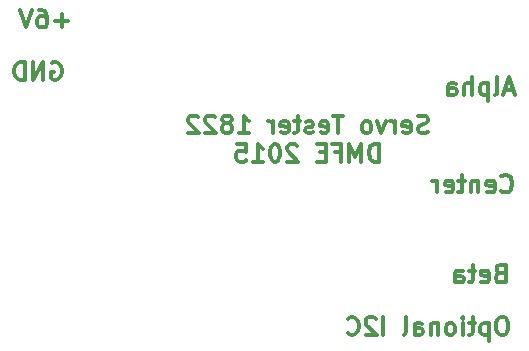
<source format=gbo>
G04 #@! TF.FileFunction,Legend,Bot*
%FSLAX46Y46*%
G04 Gerber Fmt 4.6, Leading zero omitted, Abs format (unit mm)*
G04 Created by KiCad (PCBNEW (2015-10-14 BZR 6269)-product) date Wednesday, October 28, 2015 'PMt' 04:42:18 PM*
%MOMM*%
G01*
G04 APERTURE LIST*
%ADD10C,0.100000*%
%ADD11C,0.300000*%
G04 APERTURE END LIST*
D10*
D11*
X145397855Y-113072143D02*
X145183569Y-113143571D01*
X144826426Y-113143571D01*
X144683569Y-113072143D01*
X144612140Y-113000714D01*
X144540712Y-112857857D01*
X144540712Y-112715000D01*
X144612140Y-112572143D01*
X144683569Y-112500714D01*
X144826426Y-112429286D01*
X145112140Y-112357857D01*
X145254998Y-112286429D01*
X145326426Y-112215000D01*
X145397855Y-112072143D01*
X145397855Y-111929286D01*
X145326426Y-111786429D01*
X145254998Y-111715000D01*
X145112140Y-111643571D01*
X144754998Y-111643571D01*
X144540712Y-111715000D01*
X143326427Y-113072143D02*
X143469284Y-113143571D01*
X143754998Y-113143571D01*
X143897855Y-113072143D01*
X143969284Y-112929286D01*
X143969284Y-112357857D01*
X143897855Y-112215000D01*
X143754998Y-112143571D01*
X143469284Y-112143571D01*
X143326427Y-112215000D01*
X143254998Y-112357857D01*
X143254998Y-112500714D01*
X143969284Y-112643571D01*
X142612141Y-113143571D02*
X142612141Y-112143571D01*
X142612141Y-112429286D02*
X142540713Y-112286429D01*
X142469284Y-112215000D01*
X142326427Y-112143571D01*
X142183570Y-112143571D01*
X141826427Y-112143571D02*
X141469284Y-113143571D01*
X141112142Y-112143571D01*
X140326427Y-113143571D02*
X140469285Y-113072143D01*
X140540713Y-113000714D01*
X140612142Y-112857857D01*
X140612142Y-112429286D01*
X140540713Y-112286429D01*
X140469285Y-112215000D01*
X140326427Y-112143571D01*
X140112142Y-112143571D01*
X139969285Y-112215000D01*
X139897856Y-112286429D01*
X139826427Y-112429286D01*
X139826427Y-112857857D01*
X139897856Y-113000714D01*
X139969285Y-113072143D01*
X140112142Y-113143571D01*
X140326427Y-113143571D01*
X138254999Y-111643571D02*
X137397856Y-111643571D01*
X137826427Y-113143571D02*
X137826427Y-111643571D01*
X136326428Y-113072143D02*
X136469285Y-113143571D01*
X136754999Y-113143571D01*
X136897856Y-113072143D01*
X136969285Y-112929286D01*
X136969285Y-112357857D01*
X136897856Y-112215000D01*
X136754999Y-112143571D01*
X136469285Y-112143571D01*
X136326428Y-112215000D01*
X136254999Y-112357857D01*
X136254999Y-112500714D01*
X136969285Y-112643571D01*
X135683571Y-113072143D02*
X135540714Y-113143571D01*
X135254999Y-113143571D01*
X135112142Y-113072143D01*
X135040714Y-112929286D01*
X135040714Y-112857857D01*
X135112142Y-112715000D01*
X135254999Y-112643571D01*
X135469285Y-112643571D01*
X135612142Y-112572143D01*
X135683571Y-112429286D01*
X135683571Y-112357857D01*
X135612142Y-112215000D01*
X135469285Y-112143571D01*
X135254999Y-112143571D01*
X135112142Y-112215000D01*
X134612142Y-112143571D02*
X134040713Y-112143571D01*
X134397856Y-111643571D02*
X134397856Y-112929286D01*
X134326428Y-113072143D01*
X134183570Y-113143571D01*
X134040713Y-113143571D01*
X132969285Y-113072143D02*
X133112142Y-113143571D01*
X133397856Y-113143571D01*
X133540713Y-113072143D01*
X133612142Y-112929286D01*
X133612142Y-112357857D01*
X133540713Y-112215000D01*
X133397856Y-112143571D01*
X133112142Y-112143571D01*
X132969285Y-112215000D01*
X132897856Y-112357857D01*
X132897856Y-112500714D01*
X133612142Y-112643571D01*
X132254999Y-113143571D02*
X132254999Y-112143571D01*
X132254999Y-112429286D02*
X132183571Y-112286429D01*
X132112142Y-112215000D01*
X131969285Y-112143571D01*
X131826428Y-112143571D01*
X129397857Y-113143571D02*
X130255000Y-113143571D01*
X129826428Y-113143571D02*
X129826428Y-111643571D01*
X129969285Y-111857857D01*
X130112143Y-112000714D01*
X130255000Y-112072143D01*
X128540714Y-112286429D02*
X128683572Y-112215000D01*
X128755000Y-112143571D01*
X128826429Y-112000714D01*
X128826429Y-111929286D01*
X128755000Y-111786429D01*
X128683572Y-111715000D01*
X128540714Y-111643571D01*
X128255000Y-111643571D01*
X128112143Y-111715000D01*
X128040714Y-111786429D01*
X127969286Y-111929286D01*
X127969286Y-112000714D01*
X128040714Y-112143571D01*
X128112143Y-112215000D01*
X128255000Y-112286429D01*
X128540714Y-112286429D01*
X128683572Y-112357857D01*
X128755000Y-112429286D01*
X128826429Y-112572143D01*
X128826429Y-112857857D01*
X128755000Y-113000714D01*
X128683572Y-113072143D01*
X128540714Y-113143571D01*
X128255000Y-113143571D01*
X128112143Y-113072143D01*
X128040714Y-113000714D01*
X127969286Y-112857857D01*
X127969286Y-112572143D01*
X128040714Y-112429286D01*
X128112143Y-112357857D01*
X128255000Y-112286429D01*
X127397858Y-111786429D02*
X127326429Y-111715000D01*
X127183572Y-111643571D01*
X126826429Y-111643571D01*
X126683572Y-111715000D01*
X126612143Y-111786429D01*
X126540715Y-111929286D01*
X126540715Y-112072143D01*
X126612143Y-112286429D01*
X127469286Y-113143571D01*
X126540715Y-113143571D01*
X125969287Y-111786429D02*
X125897858Y-111715000D01*
X125755001Y-111643571D01*
X125397858Y-111643571D01*
X125255001Y-111715000D01*
X125183572Y-111786429D01*
X125112144Y-111929286D01*
X125112144Y-112072143D01*
X125183572Y-112286429D01*
X126040715Y-113143571D01*
X125112144Y-113143571D01*
X141254999Y-115543571D02*
X141254999Y-114043571D01*
X140897856Y-114043571D01*
X140683571Y-114115000D01*
X140540713Y-114257857D01*
X140469285Y-114400714D01*
X140397856Y-114686429D01*
X140397856Y-114900714D01*
X140469285Y-115186429D01*
X140540713Y-115329286D01*
X140683571Y-115472143D01*
X140897856Y-115543571D01*
X141254999Y-115543571D01*
X139754999Y-115543571D02*
X139754999Y-114043571D01*
X139254999Y-115115000D01*
X138754999Y-114043571D01*
X138754999Y-115543571D01*
X137540713Y-114757857D02*
X138040713Y-114757857D01*
X138040713Y-115543571D02*
X138040713Y-114043571D01*
X137326427Y-114043571D01*
X136754999Y-114757857D02*
X136254999Y-114757857D01*
X136040713Y-115543571D02*
X136754999Y-115543571D01*
X136754999Y-114043571D01*
X136040713Y-114043571D01*
X134326428Y-114186429D02*
X134254999Y-114115000D01*
X134112142Y-114043571D01*
X133754999Y-114043571D01*
X133612142Y-114115000D01*
X133540713Y-114186429D01*
X133469285Y-114329286D01*
X133469285Y-114472143D01*
X133540713Y-114686429D01*
X134397856Y-115543571D01*
X133469285Y-115543571D01*
X132540714Y-114043571D02*
X132397857Y-114043571D01*
X132255000Y-114115000D01*
X132183571Y-114186429D01*
X132112142Y-114329286D01*
X132040714Y-114615000D01*
X132040714Y-114972143D01*
X132112142Y-115257857D01*
X132183571Y-115400714D01*
X132255000Y-115472143D01*
X132397857Y-115543571D01*
X132540714Y-115543571D01*
X132683571Y-115472143D01*
X132755000Y-115400714D01*
X132826428Y-115257857D01*
X132897857Y-114972143D01*
X132897857Y-114615000D01*
X132826428Y-114329286D01*
X132755000Y-114186429D01*
X132683571Y-114115000D01*
X132540714Y-114043571D01*
X130612143Y-115543571D02*
X131469286Y-115543571D01*
X131040714Y-115543571D02*
X131040714Y-114043571D01*
X131183571Y-114257857D01*
X131326429Y-114400714D01*
X131469286Y-114472143D01*
X129255000Y-114043571D02*
X129969286Y-114043571D01*
X130040715Y-114757857D01*
X129969286Y-114686429D01*
X129826429Y-114615000D01*
X129469286Y-114615000D01*
X129326429Y-114686429D01*
X129255000Y-114757857D01*
X129183572Y-114900714D01*
X129183572Y-115257857D01*
X129255000Y-115400714D01*
X129326429Y-115472143D01*
X129469286Y-115543571D01*
X129826429Y-115543571D01*
X129969286Y-115472143D01*
X130040715Y-115400714D01*
X151843572Y-128718571D02*
X151557858Y-128718571D01*
X151415000Y-128790000D01*
X151272143Y-128932857D01*
X151200715Y-129218571D01*
X151200715Y-129718571D01*
X151272143Y-130004286D01*
X151415000Y-130147143D01*
X151557858Y-130218571D01*
X151843572Y-130218571D01*
X151986429Y-130147143D01*
X152129286Y-130004286D01*
X152200715Y-129718571D01*
X152200715Y-129218571D01*
X152129286Y-128932857D01*
X151986429Y-128790000D01*
X151843572Y-128718571D01*
X150557857Y-129218571D02*
X150557857Y-130718571D01*
X150557857Y-129290000D02*
X150415000Y-129218571D01*
X150129286Y-129218571D01*
X149986429Y-129290000D01*
X149915000Y-129361429D01*
X149843571Y-129504286D01*
X149843571Y-129932857D01*
X149915000Y-130075714D01*
X149986429Y-130147143D01*
X150129286Y-130218571D01*
X150415000Y-130218571D01*
X150557857Y-130147143D01*
X149415000Y-129218571D02*
X148843571Y-129218571D01*
X149200714Y-128718571D02*
X149200714Y-130004286D01*
X149129286Y-130147143D01*
X148986428Y-130218571D01*
X148843571Y-130218571D01*
X148343571Y-130218571D02*
X148343571Y-129218571D01*
X148343571Y-128718571D02*
X148415000Y-128790000D01*
X148343571Y-128861429D01*
X148272143Y-128790000D01*
X148343571Y-128718571D01*
X148343571Y-128861429D01*
X147414999Y-130218571D02*
X147557857Y-130147143D01*
X147629285Y-130075714D01*
X147700714Y-129932857D01*
X147700714Y-129504286D01*
X147629285Y-129361429D01*
X147557857Y-129290000D01*
X147414999Y-129218571D01*
X147200714Y-129218571D01*
X147057857Y-129290000D01*
X146986428Y-129361429D01*
X146914999Y-129504286D01*
X146914999Y-129932857D01*
X146986428Y-130075714D01*
X147057857Y-130147143D01*
X147200714Y-130218571D01*
X147414999Y-130218571D01*
X146272142Y-129218571D02*
X146272142Y-130218571D01*
X146272142Y-129361429D02*
X146200714Y-129290000D01*
X146057856Y-129218571D01*
X145843571Y-129218571D01*
X145700714Y-129290000D01*
X145629285Y-129432857D01*
X145629285Y-130218571D01*
X144272142Y-130218571D02*
X144272142Y-129432857D01*
X144343571Y-129290000D01*
X144486428Y-129218571D01*
X144772142Y-129218571D01*
X144914999Y-129290000D01*
X144272142Y-130147143D02*
X144414999Y-130218571D01*
X144772142Y-130218571D01*
X144914999Y-130147143D01*
X144986428Y-130004286D01*
X144986428Y-129861429D01*
X144914999Y-129718571D01*
X144772142Y-129647143D01*
X144414999Y-129647143D01*
X144272142Y-129575714D01*
X143343570Y-130218571D02*
X143486428Y-130147143D01*
X143557856Y-130004286D01*
X143557856Y-128718571D01*
X141629285Y-130218571D02*
X141629285Y-128718571D01*
X140986428Y-128861429D02*
X140914999Y-128790000D01*
X140772142Y-128718571D01*
X140414999Y-128718571D01*
X140272142Y-128790000D01*
X140200713Y-128861429D01*
X140129285Y-129004286D01*
X140129285Y-129147143D01*
X140200713Y-129361429D01*
X141057856Y-130218571D01*
X140129285Y-130218571D01*
X138629285Y-130075714D02*
X138700714Y-130147143D01*
X138915000Y-130218571D01*
X139057857Y-130218571D01*
X139272142Y-130147143D01*
X139415000Y-130004286D01*
X139486428Y-129861429D01*
X139557857Y-129575714D01*
X139557857Y-129361429D01*
X139486428Y-129075714D01*
X139415000Y-128932857D01*
X139272142Y-128790000D01*
X139057857Y-128718571D01*
X138915000Y-128718571D01*
X138700714Y-128790000D01*
X138629285Y-128861429D01*
X113537857Y-107200000D02*
X113680714Y-107128571D01*
X113895000Y-107128571D01*
X114109285Y-107200000D01*
X114252143Y-107342857D01*
X114323571Y-107485714D01*
X114395000Y-107771429D01*
X114395000Y-107985714D01*
X114323571Y-108271429D01*
X114252143Y-108414286D01*
X114109285Y-108557143D01*
X113895000Y-108628571D01*
X113752143Y-108628571D01*
X113537857Y-108557143D01*
X113466428Y-108485714D01*
X113466428Y-107985714D01*
X113752143Y-107985714D01*
X112823571Y-108628571D02*
X112823571Y-107128571D01*
X111966428Y-108628571D01*
X111966428Y-107128571D01*
X111252142Y-108628571D02*
X111252142Y-107128571D01*
X110894999Y-107128571D01*
X110680714Y-107200000D01*
X110537856Y-107342857D01*
X110466428Y-107485714D01*
X110394999Y-107771429D01*
X110394999Y-107985714D01*
X110466428Y-108271429D01*
X110537856Y-108414286D01*
X110680714Y-108557143D01*
X110894999Y-108628571D01*
X111252142Y-108628571D01*
X114958571Y-103612143D02*
X113815714Y-103612143D01*
X114387143Y-104183571D02*
X114387143Y-103040714D01*
X112458571Y-102683571D02*
X112744285Y-102683571D01*
X112887142Y-102755000D01*
X112958571Y-102826429D01*
X113101428Y-103040714D01*
X113172857Y-103326429D01*
X113172857Y-103897857D01*
X113101428Y-104040714D01*
X113030000Y-104112143D01*
X112887142Y-104183571D01*
X112601428Y-104183571D01*
X112458571Y-104112143D01*
X112387142Y-104040714D01*
X112315714Y-103897857D01*
X112315714Y-103540714D01*
X112387142Y-103397857D01*
X112458571Y-103326429D01*
X112601428Y-103255000D01*
X112887142Y-103255000D01*
X113030000Y-103326429D01*
X113101428Y-103397857D01*
X113172857Y-103540714D01*
X111887143Y-102683571D02*
X111387143Y-104183571D01*
X110887143Y-102683571D01*
X151502857Y-124987857D02*
X151288571Y-125059286D01*
X151217143Y-125130714D01*
X151145714Y-125273571D01*
X151145714Y-125487857D01*
X151217143Y-125630714D01*
X151288571Y-125702143D01*
X151431429Y-125773571D01*
X152002857Y-125773571D01*
X152002857Y-124273571D01*
X151502857Y-124273571D01*
X151360000Y-124345000D01*
X151288571Y-124416429D01*
X151217143Y-124559286D01*
X151217143Y-124702143D01*
X151288571Y-124845000D01*
X151360000Y-124916429D01*
X151502857Y-124987857D01*
X152002857Y-124987857D01*
X149931429Y-125702143D02*
X150074286Y-125773571D01*
X150360000Y-125773571D01*
X150502857Y-125702143D01*
X150574286Y-125559286D01*
X150574286Y-124987857D01*
X150502857Y-124845000D01*
X150360000Y-124773571D01*
X150074286Y-124773571D01*
X149931429Y-124845000D01*
X149860000Y-124987857D01*
X149860000Y-125130714D01*
X150574286Y-125273571D01*
X149431429Y-124773571D02*
X148860000Y-124773571D01*
X149217143Y-124273571D02*
X149217143Y-125559286D01*
X149145715Y-125702143D01*
X149002857Y-125773571D01*
X148860000Y-125773571D01*
X147717143Y-125773571D02*
X147717143Y-124987857D01*
X147788572Y-124845000D01*
X147931429Y-124773571D01*
X148217143Y-124773571D01*
X148360000Y-124845000D01*
X147717143Y-125702143D02*
X147860000Y-125773571D01*
X148217143Y-125773571D01*
X148360000Y-125702143D01*
X148431429Y-125559286D01*
X148431429Y-125416429D01*
X148360000Y-125273571D01*
X148217143Y-125202143D01*
X147860000Y-125202143D01*
X147717143Y-125130714D01*
X152645714Y-109470000D02*
X151931428Y-109470000D01*
X152788571Y-109898571D02*
X152288571Y-108398571D01*
X151788571Y-109898571D01*
X151074285Y-109898571D02*
X151217143Y-109827143D01*
X151288571Y-109684286D01*
X151288571Y-108398571D01*
X150502857Y-108898571D02*
X150502857Y-110398571D01*
X150502857Y-108970000D02*
X150360000Y-108898571D01*
X150074286Y-108898571D01*
X149931429Y-108970000D01*
X149860000Y-109041429D01*
X149788571Y-109184286D01*
X149788571Y-109612857D01*
X149860000Y-109755714D01*
X149931429Y-109827143D01*
X150074286Y-109898571D01*
X150360000Y-109898571D01*
X150502857Y-109827143D01*
X149145714Y-109898571D02*
X149145714Y-108398571D01*
X148502857Y-109898571D02*
X148502857Y-109112857D01*
X148574286Y-108970000D01*
X148717143Y-108898571D01*
X148931428Y-108898571D01*
X149074286Y-108970000D01*
X149145714Y-109041429D01*
X147145714Y-109898571D02*
X147145714Y-109112857D01*
X147217143Y-108970000D01*
X147360000Y-108898571D01*
X147645714Y-108898571D01*
X147788571Y-108970000D01*
X147145714Y-109827143D02*
X147288571Y-109898571D01*
X147645714Y-109898571D01*
X147788571Y-109827143D01*
X147860000Y-109684286D01*
X147860000Y-109541429D01*
X147788571Y-109398571D01*
X147645714Y-109327143D01*
X147288571Y-109327143D01*
X147145714Y-109255714D01*
X151617856Y-118010714D02*
X151689285Y-118082143D01*
X151903571Y-118153571D01*
X152046428Y-118153571D01*
X152260713Y-118082143D01*
X152403571Y-117939286D01*
X152474999Y-117796429D01*
X152546428Y-117510714D01*
X152546428Y-117296429D01*
X152474999Y-117010714D01*
X152403571Y-116867857D01*
X152260713Y-116725000D01*
X152046428Y-116653571D01*
X151903571Y-116653571D01*
X151689285Y-116725000D01*
X151617856Y-116796429D01*
X150403571Y-118082143D02*
X150546428Y-118153571D01*
X150832142Y-118153571D01*
X150974999Y-118082143D01*
X151046428Y-117939286D01*
X151046428Y-117367857D01*
X150974999Y-117225000D01*
X150832142Y-117153571D01*
X150546428Y-117153571D01*
X150403571Y-117225000D01*
X150332142Y-117367857D01*
X150332142Y-117510714D01*
X151046428Y-117653571D01*
X149689285Y-117153571D02*
X149689285Y-118153571D01*
X149689285Y-117296429D02*
X149617857Y-117225000D01*
X149474999Y-117153571D01*
X149260714Y-117153571D01*
X149117857Y-117225000D01*
X149046428Y-117367857D01*
X149046428Y-118153571D01*
X148546428Y-117153571D02*
X147974999Y-117153571D01*
X148332142Y-116653571D02*
X148332142Y-117939286D01*
X148260714Y-118082143D01*
X148117856Y-118153571D01*
X147974999Y-118153571D01*
X146903571Y-118082143D02*
X147046428Y-118153571D01*
X147332142Y-118153571D01*
X147474999Y-118082143D01*
X147546428Y-117939286D01*
X147546428Y-117367857D01*
X147474999Y-117225000D01*
X147332142Y-117153571D01*
X147046428Y-117153571D01*
X146903571Y-117225000D01*
X146832142Y-117367857D01*
X146832142Y-117510714D01*
X147546428Y-117653571D01*
X146189285Y-118153571D02*
X146189285Y-117153571D01*
X146189285Y-117439286D02*
X146117857Y-117296429D01*
X146046428Y-117225000D01*
X145903571Y-117153571D01*
X145760714Y-117153571D01*
M02*

</source>
